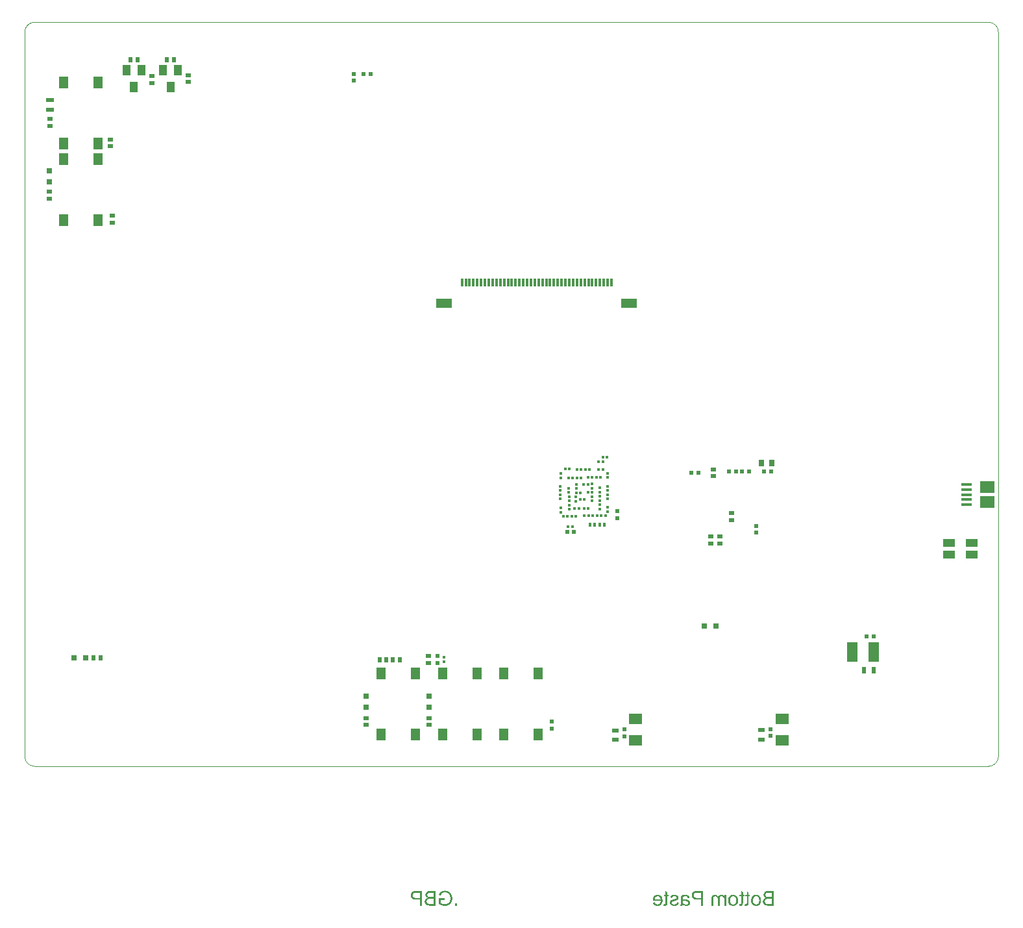
<source format=gbp>
G04*
G04 #@! TF.GenerationSoftware,Altium Limited,Altium Designer,23.2.1 (34)*
G04*
G04 Layer_Color=39423*
%FSLAX43Y43*%
%MOMM*%
G71*
G04*
G04 #@! TF.SameCoordinates,446EAD3A-CF97-43B9-853E-CE3D58A9E9AC*
G04*
G04*
G04 #@! TF.FilePolarity,Positive*
G04*
G01*
G75*
%ADD15C,0.100*%
%ADD18R,0.510X0.700*%
%ADD66R,0.330X0.425*%
%ADD89R,0.510X0.560*%
%ADD90R,0.350X0.350*%
%ADD91R,0.400X0.500*%
%ADD92R,0.640X0.890*%
%ADD94R,0.560X0.510*%
%ADD95R,1.780X1.400*%
%ADD97R,0.350X0.350*%
%ADD99R,0.700X0.510*%
%ADD101R,0.900X0.550*%
%ADD107R,1.300X1.550*%
%ADD108R,1.000X1.400*%
%ADD109R,1.500X1.100*%
%ADD110R,1.000X0.600*%
%ADD111R,0.800X0.800*%
%ADD112R,0.550X0.900*%
%ADD113R,1.350X0.400*%
%ADD114R,1.900X1.500*%
%ADD115R,2.000X1.300*%
%ADD116R,0.300X1.000*%
%ADD117R,1.400X2.600*%
%ADD118R,0.800X0.800*%
G36*
X54908Y-16225D02*
X55005Y-16239D01*
X55049Y-16247D01*
X55091Y-16258D01*
X55130Y-16267D01*
X55166Y-16278D01*
X55199Y-16289D01*
X55227Y-16300D01*
X55252Y-16311D01*
X55274Y-16319D01*
X55291Y-16328D01*
X55302Y-16333D01*
X55310Y-16336D01*
X55313Y-16339D01*
X55352Y-16364D01*
X55391Y-16389D01*
X55458Y-16447D01*
X55516Y-16505D01*
X55563Y-16567D01*
X55602Y-16619D01*
X55616Y-16642D01*
X55627Y-16664D01*
X55638Y-16680D01*
X55644Y-16691D01*
X55646Y-16700D01*
X55649Y-16703D01*
X55688Y-16794D01*
X55716Y-16886D01*
X55738Y-16975D01*
X55743Y-17016D01*
X55752Y-17055D01*
X55755Y-17091D01*
X55760Y-17122D01*
X55763Y-17152D01*
Y-17177D01*
X55766Y-17197D01*
Y-17211D01*
Y-17222D01*
Y-17225D01*
X55760Y-17327D01*
X55746Y-17424D01*
X55738Y-17469D01*
X55730Y-17510D01*
X55718Y-17552D01*
X55707Y-17588D01*
X55696Y-17622D01*
X55685Y-17649D01*
X55677Y-17677D01*
X55669Y-17696D01*
X55660Y-17716D01*
X55655Y-17727D01*
X55649Y-17735D01*
Y-17738D01*
X55599Y-17819D01*
X55544Y-17888D01*
X55485Y-17949D01*
X55430Y-17999D01*
X55377Y-18038D01*
X55358Y-18052D01*
X55338Y-18066D01*
X55321Y-18074D01*
X55310Y-18082D01*
X55302Y-18085D01*
X55299Y-18088D01*
X55255Y-18110D01*
X55210Y-18127D01*
X55122Y-18157D01*
X55036Y-18177D01*
X54955Y-18193D01*
X54919Y-18196D01*
X54886Y-18202D01*
X54855Y-18205D01*
X54830D01*
X54811Y-18207D01*
X54783D01*
X54705Y-18205D01*
X54630Y-18196D01*
X54561Y-18182D01*
X54500Y-18168D01*
X54475Y-18163D01*
X54450Y-18157D01*
X54428Y-18149D01*
X54408Y-18143D01*
X54394Y-18138D01*
X54383Y-18135D01*
X54378Y-18132D01*
X54375D01*
X54300Y-18102D01*
X54230Y-18066D01*
X54164Y-18027D01*
X54106Y-17991D01*
X54081Y-17974D01*
X54056Y-17957D01*
X54036Y-17944D01*
X54019Y-17932D01*
X54006Y-17921D01*
X53994Y-17913D01*
X53989Y-17910D01*
X53986Y-17907D01*
Y-17194D01*
X54802D01*
Y-17422D01*
X54236D01*
Y-17783D01*
X54269Y-17810D01*
X54308Y-17835D01*
X54350Y-17858D01*
X54389Y-17877D01*
X54422Y-17894D01*
X54453Y-17907D01*
X54464Y-17913D01*
X54469Y-17916D01*
X54475Y-17919D01*
X54478D01*
X54536Y-17938D01*
X54594Y-17955D01*
X54647Y-17966D01*
X54697Y-17971D01*
X54738Y-17977D01*
X54755D01*
X54772Y-17980D01*
X54800D01*
X54869Y-17977D01*
X54936Y-17966D01*
X54997Y-17952D01*
X55052Y-17938D01*
X55097Y-17921D01*
X55116Y-17916D01*
X55130Y-17910D01*
X55144Y-17905D01*
X55152Y-17899D01*
X55158Y-17896D01*
X55160D01*
X55219Y-17860D01*
X55272Y-17821D01*
X55316Y-17780D01*
X55352Y-17738D01*
X55383Y-17699D01*
X55402Y-17669D01*
X55410Y-17658D01*
X55413Y-17649D01*
X55419Y-17644D01*
Y-17641D01*
X55446Y-17572D01*
X55469Y-17499D01*
X55483Y-17427D01*
X55494Y-17358D01*
X55496Y-17327D01*
X55499Y-17299D01*
X55502Y-17272D01*
Y-17250D01*
X55505Y-17233D01*
Y-17219D01*
Y-17211D01*
Y-17208D01*
X55502Y-17130D01*
X55494Y-17061D01*
X55483Y-16994D01*
X55469Y-16936D01*
X55463Y-16911D01*
X55455Y-16889D01*
X55449Y-16869D01*
X55444Y-16853D01*
X55438Y-16839D01*
X55435Y-16830D01*
X55433Y-16825D01*
Y-16822D01*
X55413Y-16783D01*
X55394Y-16747D01*
X55374Y-16714D01*
X55355Y-16686D01*
X55338Y-16664D01*
X55324Y-16644D01*
X55313Y-16633D01*
X55310Y-16630D01*
X55280Y-16600D01*
X55247Y-16572D01*
X55210Y-16550D01*
X55177Y-16528D01*
X55149Y-16514D01*
X55127Y-16500D01*
X55111Y-16494D01*
X55105Y-16492D01*
X55055Y-16472D01*
X55005Y-16458D01*
X54952Y-16450D01*
X54905Y-16442D01*
X54863Y-16439D01*
X54847D01*
X54833Y-16436D01*
X54802D01*
X54750Y-16439D01*
X54700Y-16444D01*
X54655Y-16453D01*
X54616Y-16461D01*
X54583Y-16472D01*
X54558Y-16481D01*
X54544Y-16486D01*
X54539Y-16489D01*
X54497Y-16508D01*
X54461Y-16530D01*
X54428Y-16553D01*
X54403Y-16575D01*
X54383Y-16594D01*
X54366Y-16608D01*
X54358Y-16619D01*
X54355Y-16622D01*
X54330Y-16655D01*
X54311Y-16694D01*
X54292Y-16730D01*
X54275Y-16769D01*
X54264Y-16803D01*
X54255Y-16828D01*
X54253Y-16839D01*
X54250Y-16847D01*
X54247Y-16850D01*
Y-16853D01*
X54017Y-16791D01*
X54036Y-16722D01*
X54061Y-16661D01*
X54086Y-16605D01*
X54108Y-16561D01*
X54131Y-16525D01*
X54147Y-16500D01*
X54158Y-16483D01*
X54164Y-16478D01*
X54203Y-16433D01*
X54244Y-16397D01*
X54289Y-16364D01*
X54330Y-16336D01*
X54369Y-16317D01*
X54400Y-16300D01*
X54411Y-16295D01*
X54419Y-16292D01*
X54425Y-16289D01*
X54428D01*
X54491Y-16267D01*
X54558Y-16250D01*
X54619Y-16236D01*
X54677Y-16228D01*
X54730Y-16222D01*
X54752D01*
X54769Y-16220D01*
X54858D01*
X54908Y-16225D01*
D02*
G37*
G36*
X56410Y-18174D02*
X56140D01*
Y-17905D01*
X56410D01*
Y-18174D01*
D02*
G37*
G36*
X53622D02*
X52890D01*
X52823Y-18171D01*
X52765Y-18168D01*
X52712Y-18163D01*
X52667Y-18157D01*
X52631Y-18152D01*
X52604Y-18149D01*
X52587Y-18143D01*
X52581D01*
X52534Y-18130D01*
X52495Y-18116D01*
X52459Y-18099D01*
X52429Y-18082D01*
X52404Y-18071D01*
X52384Y-18060D01*
X52373Y-18052D01*
X52370Y-18049D01*
X52340Y-18024D01*
X52312Y-17994D01*
X52290Y-17963D01*
X52268Y-17935D01*
X52251Y-17907D01*
X52240Y-17888D01*
X52232Y-17874D01*
X52229Y-17869D01*
X52209Y-17824D01*
X52195Y-17780D01*
X52184Y-17738D01*
X52179Y-17699D01*
X52173Y-17666D01*
X52170Y-17638D01*
Y-17622D01*
Y-17619D01*
Y-17616D01*
X52173Y-17555D01*
X52184Y-17499D01*
X52201Y-17452D01*
X52218Y-17408D01*
X52234Y-17374D01*
X52251Y-17349D01*
X52262Y-17333D01*
X52265Y-17327D01*
X52304Y-17283D01*
X52345Y-17247D01*
X52393Y-17216D01*
X52434Y-17191D01*
X52473Y-17172D01*
X52506Y-17161D01*
X52518Y-17155D01*
X52526Y-17152D01*
X52531Y-17150D01*
X52534D01*
X52487Y-17122D01*
X52445Y-17094D01*
X52412Y-17064D01*
X52384Y-17036D01*
X52362Y-17014D01*
X52345Y-16991D01*
X52337Y-16980D01*
X52334Y-16975D01*
X52312Y-16933D01*
X52295Y-16894D01*
X52282Y-16855D01*
X52273Y-16819D01*
X52268Y-16789D01*
X52265Y-16764D01*
Y-16750D01*
Y-16744D01*
X52268Y-16697D01*
X52276Y-16650D01*
X52290Y-16608D01*
X52304Y-16569D01*
X52318Y-16536D01*
X52332Y-16514D01*
X52340Y-16497D01*
X52343Y-16492D01*
X52373Y-16450D01*
X52406Y-16411D01*
X52443Y-16381D01*
X52476Y-16356D01*
X52504Y-16336D01*
X52529Y-16322D01*
X52545Y-16314D01*
X52548Y-16311D01*
X52551D01*
X52604Y-16292D01*
X52662Y-16278D01*
X52720Y-16267D01*
X52776Y-16261D01*
X52826Y-16256D01*
X52848D01*
X52867Y-16253D01*
X53622D01*
Y-18174D01*
D02*
G37*
G36*
X51821D02*
X51565D01*
Y-17394D01*
X51074D01*
X51002Y-17391D01*
X50932Y-17386D01*
X50871Y-17377D01*
X50816Y-17366D01*
X50763Y-17355D01*
X50719Y-17341D01*
X50677Y-17324D01*
X50641Y-17308D01*
X50610Y-17294D01*
X50582Y-17277D01*
X50560Y-17263D01*
X50544Y-17250D01*
X50530Y-17241D01*
X50521Y-17233D01*
X50516Y-17227D01*
X50513Y-17225D01*
X50485Y-17191D01*
X50460Y-17158D01*
X50441Y-17125D01*
X50421Y-17088D01*
X50405Y-17052D01*
X50394Y-17019D01*
X50374Y-16955D01*
X50369Y-16925D01*
X50363Y-16897D01*
X50360Y-16872D01*
X50358Y-16853D01*
X50355Y-16833D01*
Y-16822D01*
Y-16814D01*
Y-16811D01*
X50358Y-16758D01*
X50363Y-16708D01*
X50374Y-16664D01*
X50383Y-16625D01*
X50394Y-16592D01*
X50405Y-16567D01*
X50410Y-16553D01*
X50413Y-16547D01*
X50435Y-16505D01*
X50463Y-16469D01*
X50488Y-16436D01*
X50513Y-16411D01*
X50535Y-16392D01*
X50552Y-16375D01*
X50563Y-16367D01*
X50569Y-16364D01*
X50605Y-16342D01*
X50646Y-16322D01*
X50685Y-16306D01*
X50721Y-16292D01*
X50755Y-16283D01*
X50780Y-16278D01*
X50799Y-16272D01*
X50805D01*
X50846Y-16267D01*
X50893Y-16261D01*
X50943Y-16258D01*
X50991Y-16256D01*
X51032Y-16253D01*
X51821D01*
Y-18174D01*
D02*
G37*
G36*
X90892Y-16753D02*
X90939Y-16761D01*
X90980Y-16769D01*
X91016Y-16780D01*
X91047Y-16794D01*
X91069Y-16803D01*
X91083Y-16811D01*
X91089Y-16814D01*
X91127Y-16839D01*
X91161Y-16866D01*
X91191Y-16894D01*
X91216Y-16922D01*
X91236Y-16944D01*
X91252Y-16964D01*
X91261Y-16975D01*
X91264Y-16980D01*
Y-16780D01*
X91475D01*
Y-18174D01*
X91239D01*
Y-17452D01*
X91236Y-17386D01*
X91233Y-17327D01*
X91227Y-17277D01*
X91219Y-17236D01*
X91211Y-17205D01*
X91205Y-17183D01*
X91202Y-17169D01*
X91200Y-17163D01*
X91183Y-17127D01*
X91164Y-17097D01*
X91144Y-17069D01*
X91125Y-17047D01*
X91105Y-17030D01*
X91091Y-17019D01*
X91080Y-17011D01*
X91078Y-17008D01*
X91044Y-16991D01*
X91014Y-16977D01*
X90980Y-16969D01*
X90953Y-16961D01*
X90930Y-16958D01*
X90911Y-16955D01*
X90894D01*
X90847Y-16958D01*
X90808Y-16966D01*
X90775Y-16980D01*
X90750Y-16994D01*
X90730Y-17011D01*
X90717Y-17022D01*
X90708Y-17033D01*
X90705Y-17036D01*
X90686Y-17069D01*
X90672Y-17105D01*
X90661Y-17144D01*
X90656Y-17183D01*
X90650Y-17216D01*
X90647Y-17247D01*
Y-17258D01*
Y-17263D01*
Y-17269D01*
Y-17272D01*
Y-18174D01*
X90411Y-18174D01*
Y-17366D01*
X90406Y-17291D01*
X90395Y-17227D01*
X90381Y-17175D01*
X90361Y-17130D01*
X90345Y-17097D01*
X90328Y-17075D01*
X90317Y-17061D01*
X90314Y-17055D01*
X90275Y-17022D01*
X90234Y-16997D01*
X90192Y-16980D01*
X90153Y-16966D01*
X90120Y-16961D01*
X90092Y-16958D01*
X90081Y-16955D01*
X90067D01*
X90036Y-16958D01*
X90011Y-16961D01*
X89986Y-16966D01*
X89967Y-16975D01*
X89948Y-16983D01*
X89936Y-16989D01*
X89928Y-16991D01*
X89925Y-16994D01*
X89903Y-17011D01*
X89887Y-17027D01*
X89873Y-17044D01*
X89862Y-17061D01*
X89853Y-17075D01*
X89848Y-17086D01*
X89842Y-17094D01*
Y-17097D01*
X89834Y-17122D01*
X89828Y-17155D01*
X89825Y-17188D01*
X89823Y-17222D01*
X89820Y-17252D01*
Y-17277D01*
Y-17294D01*
Y-17297D01*
Y-17299D01*
Y-18174D01*
X89584D01*
Y-17219D01*
Y-17175D01*
X89589Y-17136D01*
X89595Y-17097D01*
X89601Y-17064D01*
X89609Y-17030D01*
X89620Y-17002D01*
X89628Y-16977D01*
X89639Y-16952D01*
X89651Y-16933D01*
X89659Y-16914D01*
X89678Y-16889D01*
X89689Y-16872D01*
X89695Y-16866D01*
X89739Y-16828D01*
X89792Y-16800D01*
X89845Y-16778D01*
X89895Y-16764D01*
X89942Y-16755D01*
X89961Y-16753D01*
X89981D01*
X89995Y-16750D01*
X90014D01*
X90064Y-16753D01*
X90109Y-16761D01*
X90153Y-16772D01*
X90195Y-16789D01*
X90234Y-16808D01*
X90270Y-16828D01*
X90300Y-16850D01*
X90331Y-16872D01*
X90358Y-16897D01*
X90381Y-16919D01*
X90400Y-16939D01*
X90417Y-16958D01*
X90431Y-16975D01*
X90439Y-16986D01*
X90445Y-16994D01*
X90447Y-16997D01*
X90464Y-16955D01*
X90486Y-16919D01*
X90511Y-16889D01*
X90533Y-16864D01*
X90556Y-16841D01*
X90572Y-16828D01*
X90583Y-16819D01*
X90589Y-16816D01*
X90628Y-16794D01*
X90669Y-16778D01*
X90711Y-16766D01*
X90753Y-16758D01*
X90786Y-16753D01*
X90817Y-16750D01*
X90842D01*
X90892Y-16753D01*
D02*
G37*
G36*
X86175Y-16753D02*
X86233Y-16758D01*
X86289Y-16766D01*
X86333Y-16775D01*
X86372Y-16783D01*
X86400Y-16791D01*
X86411Y-16794D01*
X86419Y-16797D01*
X86422Y-16800D01*
X86425D01*
X86472Y-16819D01*
X86513Y-16844D01*
X86549Y-16866D01*
X86580Y-16889D01*
X86602Y-16911D01*
X86619Y-16927D01*
X86630Y-16939D01*
X86633Y-16941D01*
X86658Y-16977D01*
X86680Y-17016D01*
X86697Y-17055D01*
X86711Y-17091D01*
X86722Y-17127D01*
X86730Y-17152D01*
X86733Y-17163D01*
Y-17172D01*
X86735Y-17175D01*
Y-17177D01*
X86505Y-17208D01*
X86488Y-17158D01*
X86472Y-17113D01*
X86452Y-17077D01*
X86436Y-17050D01*
X86419Y-17027D01*
X86405Y-17014D01*
X86394Y-17005D01*
X86391Y-17002D01*
X86358Y-16983D01*
X86319Y-16969D01*
X86277Y-16958D01*
X86239Y-16952D01*
X86200Y-16947D01*
X86172Y-16944D01*
X86144D01*
X86080Y-16947D01*
X86025Y-16955D01*
X85980Y-16969D01*
X85941Y-16983D01*
X85914Y-17000D01*
X85892Y-17011D01*
X85878Y-17022D01*
X85875Y-17025D01*
X85853Y-17050D01*
X85836Y-17080D01*
X85822Y-17113D01*
X85814Y-17147D01*
X85808Y-17177D01*
X85805Y-17205D01*
Y-17222D01*
Y-17225D01*
Y-17227D01*
Y-17233D01*
Y-17244D01*
Y-17263D01*
X85808Y-17280D01*
Y-17286D01*
Y-17288D01*
X85836Y-17297D01*
X85867Y-17305D01*
X85930Y-17322D01*
X86003Y-17336D01*
X86069Y-17349D01*
X86103Y-17355D01*
X86133Y-17358D01*
X86161Y-17363D01*
X86183Y-17366D01*
X86202Y-17369D01*
X86216D01*
X86227Y-17372D01*
X86230D01*
X86280Y-17377D01*
X86322Y-17386D01*
X86358Y-17391D01*
X86386Y-17397D01*
X86408Y-17399D01*
X86425Y-17405D01*
X86436Y-17408D01*
X86438D01*
X86475Y-17419D01*
X86505Y-17430D01*
X86536Y-17444D01*
X86561Y-17455D01*
X86583Y-17466D01*
X86597Y-17477D01*
X86608Y-17483D01*
X86611Y-17486D01*
X86638Y-17505D01*
X86661Y-17527D01*
X86683Y-17549D01*
X86699Y-17572D01*
X86713Y-17591D01*
X86724Y-17608D01*
X86730Y-17619D01*
X86733Y-17622D01*
X86747Y-17652D01*
X86758Y-17685D01*
X86766Y-17716D01*
X86772Y-17746D01*
X86774Y-17771D01*
X86777Y-17791D01*
Y-17802D01*
Y-17808D01*
X86774Y-17841D01*
X86772Y-17869D01*
X86758Y-17927D01*
X86738Y-17974D01*
X86716Y-18016D01*
X86694Y-18049D01*
X86674Y-18074D01*
X86661Y-18088D01*
X86655Y-18093D01*
X86605Y-18130D01*
X86549Y-18157D01*
X86488Y-18177D01*
X86433Y-18191D01*
X86383Y-18199D01*
X86361Y-18202D01*
X86341D01*
X86325Y-18205D01*
X86302D01*
X86252Y-18202D01*
X86202Y-18196D01*
X86158Y-18191D01*
X86119Y-18182D01*
X86089Y-18174D01*
X86064Y-18166D01*
X86047Y-18163D01*
X86041Y-18160D01*
X85994Y-18141D01*
X85950Y-18116D01*
X85908Y-18088D01*
X85867Y-18063D01*
X85833Y-18038D01*
X85808Y-18019D01*
X85792Y-18005D01*
X85789Y-17999D01*
X85786D01*
X85780Y-18035D01*
X85775Y-18069D01*
X85769Y-18099D01*
X85761Y-18124D01*
X85753Y-18146D01*
X85747Y-18160D01*
X85744Y-18171D01*
X85742Y-18174D01*
X85495D01*
X85508Y-18143D01*
X85522Y-18113D01*
X85533Y-18085D01*
X85539Y-18060D01*
X85547Y-18038D01*
X85550Y-18021D01*
X85553Y-18010D01*
Y-18007D01*
X85556Y-17988D01*
X85558Y-17963D01*
Y-17935D01*
X85561Y-17905D01*
X85564Y-17835D01*
Y-17766D01*
X85567Y-17699D01*
Y-17669D01*
Y-17644D01*
Y-17622D01*
Y-17605D01*
Y-17594D01*
Y-17591D01*
Y-17275D01*
Y-17222D01*
X85569Y-17175D01*
X85572Y-17138D01*
Y-17108D01*
X85575Y-17086D01*
X85578Y-17069D01*
X85581Y-17061D01*
Y-17058D01*
X85589Y-17022D01*
X85600Y-16991D01*
X85611Y-16966D01*
X85625Y-16941D01*
X85636Y-16925D01*
X85644Y-16911D01*
X85650Y-16902D01*
X85653Y-16900D01*
X85675Y-16878D01*
X85700Y-16855D01*
X85728Y-16839D01*
X85756Y-16822D01*
X85780Y-16811D01*
X85800Y-16803D01*
X85814Y-16797D01*
X85819Y-16794D01*
X85864Y-16780D01*
X85911Y-16769D01*
X85958Y-16761D01*
X86005Y-16755D01*
X86047Y-16753D01*
X86078Y-16750D01*
X86108D01*
X86175Y-16753D01*
D02*
G37*
G36*
X94420Y-16436D02*
Y-16780D01*
X94595D01*
Y-16964D01*
X94420D01*
Y-17769D01*
Y-17808D01*
Y-17841D01*
X94417Y-17871D01*
X94415Y-17902D01*
Y-17927D01*
X94412Y-17949D01*
X94406Y-17985D01*
X94401Y-18013D01*
X94398Y-18032D01*
X94392Y-18044D01*
Y-18046D01*
X94381Y-18071D01*
X94365Y-18091D01*
X94348Y-18110D01*
X94334Y-18124D01*
X94317Y-18138D01*
X94306Y-18146D01*
X94298Y-18152D01*
X94295Y-18155D01*
X94265Y-18168D01*
X94234Y-18177D01*
X94201Y-18185D01*
X94167Y-18188D01*
X94140Y-18191D01*
X94117Y-18193D01*
X94095D01*
X94034Y-18191D01*
X94004Y-18188D01*
X93976Y-18182D01*
X93951Y-18180D01*
X93931Y-18177D01*
X93920Y-18174D01*
X93915D01*
X93945Y-17966D01*
X93968Y-17969D01*
X93990Y-17971D01*
X94009D01*
X94023Y-17974D01*
X94051D01*
X94087Y-17971D01*
X94112Y-17966D01*
X94126Y-17960D01*
X94131Y-17957D01*
X94151Y-17944D01*
X94162Y-17930D01*
X94170Y-17919D01*
X94173Y-17913D01*
X94176Y-17899D01*
X94179Y-17880D01*
X94181Y-17835D01*
X94184Y-17816D01*
Y-17799D01*
Y-17788D01*
Y-17783D01*
Y-16964D01*
X93945D01*
Y-16780D01*
X94184D01*
Y-16295D01*
X94420Y-16436D01*
D02*
G37*
G36*
X93673D02*
Y-16780D01*
X93848D01*
Y-16964D01*
X93673D01*
Y-17769D01*
Y-17808D01*
Y-17841D01*
X93671Y-17871D01*
X93668Y-17902D01*
Y-17927D01*
X93665Y-17949D01*
X93659Y-17985D01*
X93654Y-18013D01*
X93651Y-18032D01*
X93646Y-18044D01*
Y-18046D01*
X93634Y-18071D01*
X93618Y-18091D01*
X93601Y-18110D01*
X93587Y-18124D01*
X93571Y-18138D01*
X93559Y-18146D01*
X93551Y-18152D01*
X93548Y-18155D01*
X93518Y-18168D01*
X93487Y-18177D01*
X93454Y-18185D01*
X93421Y-18188D01*
X93393Y-18191D01*
X93371Y-18193D01*
X93348D01*
X93287Y-18191D01*
X93257Y-18188D01*
X93229Y-18182D01*
X93204Y-18180D01*
X93185Y-18177D01*
X93174Y-18174D01*
X93168D01*
X93199Y-17966D01*
X93221Y-17969D01*
X93243Y-17971D01*
X93262D01*
X93276Y-17974D01*
X93304D01*
X93340Y-17971D01*
X93365Y-17966D01*
X93379Y-17960D01*
X93385Y-17957D01*
X93404Y-17944D01*
X93415Y-17930D01*
X93423Y-17919D01*
X93426Y-17913D01*
X93429Y-17899D01*
X93432Y-17880D01*
X93435Y-17835D01*
X93437Y-17816D01*
Y-17799D01*
Y-17788D01*
Y-17783D01*
Y-16964D01*
X93199D01*
Y-16780D01*
X93437D01*
Y-16295D01*
X93673Y-16436D01*
D02*
G37*
G36*
X83820Y-16436D02*
Y-16780D01*
X83995D01*
Y-16964D01*
X83820D01*
Y-17769D01*
Y-17808D01*
Y-17841D01*
X83818Y-17871D01*
X83815Y-17902D01*
Y-17927D01*
X83812Y-17949D01*
X83807Y-17985D01*
X83801Y-18013D01*
X83798Y-18032D01*
X83793Y-18044D01*
Y-18046D01*
X83782Y-18071D01*
X83765Y-18091D01*
X83748Y-18110D01*
X83734Y-18124D01*
X83718Y-18138D01*
X83707Y-18146D01*
X83698Y-18152D01*
X83696Y-18155D01*
X83665Y-18168D01*
X83634Y-18177D01*
X83601Y-18185D01*
X83568Y-18188D01*
X83540Y-18191D01*
X83518Y-18193D01*
X83496D01*
X83435Y-18191D01*
X83404Y-18188D01*
X83376Y-18182D01*
X83351Y-18180D01*
X83332Y-18177D01*
X83321Y-18174D01*
X83315D01*
X83346Y-17966D01*
X83368Y-17969D01*
X83390Y-17971D01*
X83410D01*
X83423Y-17974D01*
X83451D01*
X83487Y-17971D01*
X83512Y-17966D01*
X83526Y-17960D01*
X83532Y-17957D01*
X83551Y-17944D01*
X83562Y-17930D01*
X83571Y-17919D01*
X83573Y-17913D01*
X83576Y-17899D01*
X83579Y-17880D01*
X83582Y-17835D01*
X83584Y-17816D01*
Y-17799D01*
Y-17788D01*
Y-17783D01*
Y-16964D01*
X83346D01*
Y-16780D01*
X83584D01*
Y-16295D01*
X83820Y-16436D01*
D02*
G37*
G36*
X82596Y-16753D02*
X82646Y-16758D01*
X82693Y-16766D01*
X82738Y-16780D01*
X82779Y-16794D01*
X82818Y-16811D01*
X82854Y-16828D01*
X82885Y-16847D01*
X82915Y-16864D01*
X82940Y-16883D01*
X82963Y-16900D01*
X82979Y-16914D01*
X82993Y-16927D01*
X83004Y-16936D01*
X83010Y-16941D01*
X83013Y-16944D01*
X83043Y-16983D01*
X83071Y-17025D01*
X83096Y-17066D01*
X83118Y-17111D01*
X83135Y-17158D01*
X83149Y-17202D01*
X83171Y-17291D01*
X83179Y-17330D01*
X83185Y-17369D01*
X83187Y-17402D01*
X83190Y-17433D01*
X83193Y-17458D01*
Y-17474D01*
Y-17488D01*
Y-17491D01*
X83190Y-17552D01*
X83185Y-17610D01*
X83176Y-17666D01*
X83165Y-17716D01*
X83151Y-17763D01*
X83138Y-17808D01*
X83121Y-17846D01*
X83104Y-17882D01*
X83088Y-17913D01*
X83071Y-17941D01*
X83057Y-17963D01*
X83043Y-17982D01*
X83032Y-17999D01*
X83024Y-18010D01*
X83018Y-18016D01*
X83015Y-18019D01*
X82979Y-18052D01*
X82943Y-18080D01*
X82904Y-18105D01*
X82863Y-18127D01*
X82824Y-18143D01*
X82782Y-18160D01*
X82704Y-18182D01*
X82668Y-18188D01*
X82635Y-18193D01*
X82604Y-18199D01*
X82579Y-18202D01*
X82560Y-18205D01*
X82530D01*
X82443Y-18199D01*
X82366Y-18185D01*
X82296Y-18168D01*
X82269Y-18157D01*
X82241Y-18146D01*
X82216Y-18135D01*
X82194Y-18124D01*
X82177Y-18116D01*
X82160Y-18107D01*
X82149Y-18099D01*
X82141Y-18093D01*
X82135Y-18088D01*
X82133D01*
X82077Y-18038D01*
X82033Y-17985D01*
X81994Y-17930D01*
X81966Y-17877D01*
X81944Y-17830D01*
X81935Y-17808D01*
X81927Y-17791D01*
X81922Y-17774D01*
X81919Y-17763D01*
X81916Y-17758D01*
Y-17755D01*
X82160Y-17724D01*
X82183Y-17777D01*
X82207Y-17821D01*
X82232Y-17860D01*
X82255Y-17891D01*
X82274Y-17913D01*
X82291Y-17930D01*
X82305Y-17941D01*
X82307Y-17944D01*
X82344Y-17966D01*
X82380Y-17982D01*
X82418Y-17994D01*
X82452Y-18002D01*
X82482Y-18007D01*
X82507Y-18010D01*
X82530D01*
X82563Y-18007D01*
X82593Y-18005D01*
X82649Y-17991D01*
X82699Y-17971D01*
X82743Y-17949D01*
X82777Y-17930D01*
X82802Y-17910D01*
X82818Y-17896D01*
X82821Y-17891D01*
X82824D01*
X82863Y-17841D01*
X82893Y-17785D01*
X82915Y-17724D01*
X82932Y-17669D01*
X82940Y-17619D01*
X82946Y-17597D01*
X82949Y-17577D01*
Y-17560D01*
X82952Y-17549D01*
Y-17541D01*
Y-17538D01*
X81910D01*
X81908Y-17510D01*
Y-17491D01*
Y-17480D01*
Y-17477D01*
X81910Y-17413D01*
X81916Y-17355D01*
X81924Y-17299D01*
X81935Y-17247D01*
X81949Y-17200D01*
X81963Y-17155D01*
X81980Y-17116D01*
X81996Y-17080D01*
X82013Y-17047D01*
X82030Y-17019D01*
X82044Y-16997D01*
X82058Y-16977D01*
X82069Y-16961D01*
X82077Y-16950D01*
X82083Y-16944D01*
X82085Y-16941D01*
X82119Y-16908D01*
X82155Y-16878D01*
X82194Y-16853D01*
X82232Y-16830D01*
X82271Y-16811D01*
X82307Y-16797D01*
X82346Y-16783D01*
X82380Y-16775D01*
X82416Y-16766D01*
X82446Y-16761D01*
X82474Y-16755D01*
X82496Y-16753D01*
X82516Y-16750D01*
X82543D01*
X82596Y-16753D01*
D02*
G37*
G36*
X97724Y-18174D02*
X96991D01*
X96924Y-18171D01*
X96866Y-18168D01*
X96813Y-18163D01*
X96769Y-18157D01*
X96733Y-18152D01*
X96705Y-18149D01*
X96688Y-18143D01*
X96683D01*
X96635Y-18130D01*
X96597Y-18116D01*
X96561Y-18099D01*
X96530Y-18082D01*
X96505Y-18071D01*
X96486Y-18060D01*
X96474Y-18052D01*
X96472Y-18049D01*
X96441Y-18024D01*
X96413Y-17994D01*
X96391Y-17963D01*
X96369Y-17935D01*
X96352Y-17907D01*
X96341Y-17888D01*
X96333Y-17874D01*
X96330Y-17869D01*
X96311Y-17824D01*
X96297Y-17780D01*
X96286Y-17738D01*
X96280Y-17699D01*
X96275Y-17666D01*
X96272Y-17638D01*
Y-17622D01*
Y-17619D01*
Y-17616D01*
X96275Y-17555D01*
X96286Y-17499D01*
X96302Y-17452D01*
X96319Y-17408D01*
X96336Y-17374D01*
X96352Y-17349D01*
X96363Y-17333D01*
X96366Y-17327D01*
X96405Y-17283D01*
X96447Y-17247D01*
X96494Y-17216D01*
X96536Y-17191D01*
X96574Y-17172D01*
X96608Y-17161D01*
X96619Y-17155D01*
X96627Y-17152D01*
X96633Y-17150D01*
X96635D01*
X96588Y-17122D01*
X96547Y-17094D01*
X96513Y-17064D01*
X96486Y-17036D01*
X96463Y-17014D01*
X96447Y-16991D01*
X96438Y-16980D01*
X96436Y-16975D01*
X96413Y-16933D01*
X96397Y-16894D01*
X96383Y-16855D01*
X96375Y-16819D01*
X96369Y-16789D01*
X96366Y-16764D01*
Y-16750D01*
Y-16744D01*
X96369Y-16697D01*
X96377Y-16650D01*
X96391Y-16608D01*
X96405Y-16569D01*
X96419Y-16536D01*
X96433Y-16514D01*
X96441Y-16497D01*
X96444Y-16492D01*
X96474Y-16450D01*
X96508Y-16411D01*
X96544Y-16381D01*
X96577Y-16356D01*
X96605Y-16336D01*
X96630Y-16322D01*
X96647Y-16314D01*
X96649Y-16311D01*
X96652D01*
X96705Y-16292D01*
X96763Y-16278D01*
X96822Y-16267D01*
X96877Y-16261D01*
X96927Y-16256D01*
X96949D01*
X96969Y-16253D01*
X97724D01*
Y-18174D01*
D02*
G37*
G36*
X88457Y-18174D02*
X88201D01*
Y-17394D01*
X87710D01*
X87638Y-17391D01*
X87568Y-17386D01*
X87507Y-17377D01*
X87452Y-17366D01*
X87399Y-17355D01*
X87355Y-17341D01*
X87313Y-17324D01*
X87277Y-17308D01*
X87246Y-17294D01*
X87219Y-17277D01*
X87196Y-17263D01*
X87180Y-17250D01*
X87166Y-17241D01*
X87157Y-17233D01*
X87152Y-17227D01*
X87149Y-17225D01*
X87121Y-17191D01*
X87096Y-17158D01*
X87077Y-17125D01*
X87058Y-17088D01*
X87041Y-17052D01*
X87030Y-17019D01*
X87010Y-16955D01*
X87005Y-16925D01*
X86999Y-16897D01*
X86996Y-16872D01*
X86994Y-16853D01*
X86991Y-16833D01*
Y-16822D01*
Y-16814D01*
Y-16811D01*
X86994Y-16758D01*
X86999Y-16708D01*
X87010Y-16664D01*
X87019Y-16625D01*
X87030Y-16592D01*
X87041Y-16567D01*
X87046Y-16553D01*
X87049Y-16547D01*
X87071Y-16505D01*
X87099Y-16469D01*
X87124Y-16436D01*
X87149Y-16411D01*
X87171Y-16392D01*
X87188Y-16375D01*
X87199Y-16367D01*
X87205Y-16364D01*
X87241Y-16342D01*
X87282Y-16322D01*
X87321Y-16306D01*
X87357Y-16292D01*
X87391Y-16283D01*
X87416Y-16278D01*
X87435Y-16272D01*
X87441D01*
X87482Y-16267D01*
X87530Y-16261D01*
X87579Y-16258D01*
X87627Y-16256D01*
X87668Y-16253D01*
X88457D01*
Y-18174D01*
D02*
G37*
G36*
X95436Y-16753D02*
X95481Y-16755D01*
X95567Y-16775D01*
X95642Y-16800D01*
X95675Y-16814D01*
X95705Y-16828D01*
X95733Y-16841D01*
X95755Y-16855D01*
X95778Y-16869D01*
X95794Y-16880D01*
X95808Y-16891D01*
X95819Y-16900D01*
X95825Y-16902D01*
X95828Y-16905D01*
X95866Y-16941D01*
X95897Y-16983D01*
X95928Y-17027D01*
X95950Y-17072D01*
X95972Y-17119D01*
X95989Y-17169D01*
X96003Y-17216D01*
X96014Y-17261D01*
X96025Y-17305D01*
X96030Y-17344D01*
X96036Y-17383D01*
X96039Y-17413D01*
Y-17441D01*
X96041Y-17461D01*
Y-17472D01*
Y-17477D01*
X96039Y-17541D01*
X96033Y-17602D01*
X96025Y-17658D01*
X96014Y-17710D01*
X96000Y-17758D01*
X95986Y-17802D01*
X95969Y-17844D01*
X95953Y-17880D01*
X95936Y-17913D01*
X95919Y-17941D01*
X95905Y-17963D01*
X95891Y-17982D01*
X95880Y-17999D01*
X95872Y-18010D01*
X95866Y-18016D01*
X95864Y-18019D01*
X95828Y-18052D01*
X95792Y-18080D01*
X95753Y-18105D01*
X95714Y-18127D01*
X95675Y-18143D01*
X95633Y-18160D01*
X95558Y-18182D01*
X95525Y-18188D01*
X95492Y-18193D01*
X95464Y-18199D01*
X95439Y-18202D01*
X95417Y-18205D01*
X95389D01*
X95322Y-18202D01*
X95261Y-18191D01*
X95203Y-18177D01*
X95156Y-18163D01*
X95114Y-18146D01*
X95097Y-18141D01*
X95084Y-18135D01*
X95070Y-18130D01*
X95061Y-18124D01*
X95059Y-18121D01*
X95056D01*
X95000Y-18085D01*
X94953Y-18046D01*
X94911Y-18007D01*
X94878Y-17969D01*
X94853Y-17935D01*
X94834Y-17907D01*
X94828Y-17896D01*
X94823Y-17888D01*
X94820Y-17885D01*
Y-17882D01*
X94792Y-17819D01*
X94773Y-17749D01*
X94756Y-17680D01*
X94748Y-17610D01*
X94742Y-17580D01*
Y-17552D01*
X94739Y-17524D01*
X94737Y-17502D01*
Y-17483D01*
Y-17469D01*
Y-17461D01*
Y-17458D01*
X94739Y-17397D01*
X94745Y-17341D01*
X94753Y-17288D01*
X94764Y-17238D01*
X94778Y-17191D01*
X94795Y-17150D01*
X94812Y-17108D01*
X94828Y-17075D01*
X94845Y-17044D01*
X94862Y-17016D01*
X94878Y-16991D01*
X94892Y-16972D01*
X94903Y-16958D01*
X94911Y-16947D01*
X94917Y-16941D01*
X94920Y-16939D01*
X94956Y-16905D01*
X94992Y-16878D01*
X95031Y-16850D01*
X95070Y-16830D01*
X95109Y-16811D01*
X95147Y-16797D01*
X95222Y-16772D01*
X95258Y-16766D01*
X95289Y-16761D01*
X95317Y-16755D01*
X95342Y-16753D01*
X95361Y-16750D01*
X95389D01*
X95436Y-16753D01*
D02*
G37*
G36*
X92449D02*
X92493Y-16755D01*
X92579Y-16775D01*
X92654Y-16800D01*
X92688Y-16814D01*
X92718Y-16828D01*
X92746Y-16841D01*
X92768Y-16855D01*
X92790Y-16869D01*
X92807Y-16880D01*
X92821Y-16891D01*
X92832Y-16900D01*
X92838Y-16902D01*
X92840Y-16905D01*
X92879Y-16941D01*
X92910Y-16983D01*
X92940Y-17027D01*
X92963Y-17072D01*
X92985Y-17119D01*
X93001Y-17169D01*
X93015Y-17216D01*
X93026Y-17261D01*
X93038Y-17305D01*
X93043Y-17344D01*
X93049Y-17383D01*
X93051Y-17413D01*
Y-17441D01*
X93054Y-17461D01*
Y-17472D01*
Y-17477D01*
X93051Y-17541D01*
X93046Y-17602D01*
X93038Y-17658D01*
X93026Y-17710D01*
X93013Y-17758D01*
X92999Y-17802D01*
X92982Y-17844D01*
X92965Y-17880D01*
X92949Y-17913D01*
X92932Y-17941D01*
X92918Y-17963D01*
X92904Y-17982D01*
X92893Y-17999D01*
X92885Y-18010D01*
X92879Y-18016D01*
X92877Y-18019D01*
X92840Y-18052D01*
X92804Y-18080D01*
X92765Y-18105D01*
X92727Y-18127D01*
X92688Y-18143D01*
X92646Y-18160D01*
X92571Y-18182D01*
X92538Y-18188D01*
X92504Y-18193D01*
X92477Y-18199D01*
X92452Y-18202D01*
X92430Y-18205D01*
X92402D01*
X92335Y-18202D01*
X92274Y-18191D01*
X92216Y-18177D01*
X92169Y-18163D01*
X92127Y-18146D01*
X92110Y-18141D01*
X92096Y-18135D01*
X92082Y-18130D01*
X92074Y-18124D01*
X92071Y-18121D01*
X92069D01*
X92013Y-18085D01*
X91966Y-18046D01*
X91924Y-18007D01*
X91891Y-17969D01*
X91866Y-17935D01*
X91847Y-17907D01*
X91841Y-17896D01*
X91835Y-17888D01*
X91833Y-17885D01*
Y-17882D01*
X91805Y-17819D01*
X91785Y-17749D01*
X91769Y-17680D01*
X91760Y-17610D01*
X91755Y-17580D01*
Y-17552D01*
X91752Y-17524D01*
X91749Y-17502D01*
Y-17483D01*
Y-17469D01*
Y-17461D01*
Y-17458D01*
X91752Y-17397D01*
X91758Y-17341D01*
X91766Y-17288D01*
X91777Y-17238D01*
X91791Y-17191D01*
X91808Y-17150D01*
X91824Y-17108D01*
X91841Y-17075D01*
X91858Y-17044D01*
X91874Y-17016D01*
X91891Y-16991D01*
X91905Y-16972D01*
X91916Y-16958D01*
X91924Y-16947D01*
X91930Y-16941D01*
X91933Y-16939D01*
X91969Y-16905D01*
X92005Y-16878D01*
X92044Y-16850D01*
X92082Y-16830D01*
X92121Y-16811D01*
X92160Y-16797D01*
X92235Y-16772D01*
X92271Y-16766D01*
X92302Y-16761D01*
X92330Y-16755D01*
X92355Y-16753D01*
X92374Y-16750D01*
X92402D01*
X92449Y-16753D01*
D02*
G37*
G36*
X84825Y-16755D02*
X84859Y-16758D01*
X84889Y-16764D01*
X84914Y-16769D01*
X84934Y-16775D01*
X84945Y-16778D01*
X84950Y-16780D01*
X84984Y-16791D01*
X85014Y-16803D01*
X85039Y-16814D01*
X85061Y-16825D01*
X85078Y-16833D01*
X85089Y-16841D01*
X85098Y-16844D01*
X85100Y-16847D01*
X85128Y-16866D01*
X85150Y-16889D01*
X85170Y-16914D01*
X85186Y-16933D01*
X85200Y-16952D01*
X85209Y-16966D01*
X85214Y-16977D01*
X85217Y-16980D01*
X85231Y-17011D01*
X85242Y-17039D01*
X85247Y-17069D01*
X85253Y-17094D01*
X85256Y-17119D01*
X85259Y-17136D01*
Y-17147D01*
Y-17152D01*
X85256Y-17191D01*
X85250Y-17225D01*
X85242Y-17258D01*
X85234Y-17286D01*
X85225Y-17308D01*
X85217Y-17327D01*
X85211Y-17338D01*
X85209Y-17341D01*
X85186Y-17372D01*
X85161Y-17397D01*
X85136Y-17419D01*
X85111Y-17438D01*
X85089Y-17452D01*
X85073Y-17463D01*
X85061Y-17469D01*
X85056Y-17472D01*
X85036Y-17480D01*
X85011Y-17491D01*
X84956Y-17510D01*
X84898Y-17527D01*
X84837Y-17547D01*
X84784Y-17560D01*
X84759Y-17569D01*
X84737Y-17574D01*
X84720Y-17580D01*
X84706Y-17583D01*
X84698Y-17585D01*
X84695D01*
X84659Y-17594D01*
X84628Y-17602D01*
X84601Y-17610D01*
X84576Y-17619D01*
X84553Y-17624D01*
X84534Y-17633D01*
X84501Y-17644D01*
X84478Y-17652D01*
X84465Y-17660D01*
X84456Y-17663D01*
X84453Y-17666D01*
X84428Y-17683D01*
X84412Y-17705D01*
X84398Y-17724D01*
X84390Y-17744D01*
X84384Y-17763D01*
X84381Y-17777D01*
Y-17788D01*
Y-17791D01*
X84384Y-17824D01*
X84392Y-17852D01*
X84406Y-17880D01*
X84420Y-17902D01*
X84437Y-17921D01*
X84448Y-17935D01*
X84459Y-17944D01*
X84462Y-17946D01*
X84495Y-17969D01*
X84531Y-17982D01*
X84573Y-17994D01*
X84612Y-18002D01*
X84648Y-18007D01*
X84676Y-18010D01*
X84703D01*
X84762Y-18007D01*
X84812Y-17999D01*
X84853Y-17988D01*
X84889Y-17974D01*
X84917Y-17960D01*
X84939Y-17949D01*
X84950Y-17941D01*
X84956Y-17938D01*
X84986Y-17907D01*
X85011Y-17871D01*
X85028Y-17835D01*
X85042Y-17802D01*
X85053Y-17771D01*
X85059Y-17744D01*
X85064Y-17727D01*
Y-17724D01*
Y-17721D01*
X85297Y-17758D01*
X85278Y-17835D01*
X85253Y-17905D01*
X85222Y-17960D01*
X85192Y-18007D01*
X85164Y-18046D01*
X85139Y-18071D01*
X85123Y-18088D01*
X85120Y-18091D01*
X85117Y-18093D01*
X85089Y-18113D01*
X85059Y-18130D01*
X84992Y-18157D01*
X84923Y-18177D01*
X84856Y-18191D01*
X84825Y-18196D01*
X84798Y-18199D01*
X84770Y-18202D01*
X84748D01*
X84728Y-18205D01*
X84703D01*
X84642Y-18202D01*
X84589Y-18196D01*
X84540Y-18188D01*
X84495Y-18177D01*
X84459Y-18166D01*
X84431Y-18157D01*
X84415Y-18152D01*
X84412Y-18149D01*
X84409D01*
X84362Y-18124D01*
X84323Y-18099D01*
X84290Y-18071D01*
X84259Y-18046D01*
X84237Y-18024D01*
X84223Y-18005D01*
X84212Y-17994D01*
X84209Y-17988D01*
X84187Y-17949D01*
X84170Y-17907D01*
X84156Y-17871D01*
X84148Y-17838D01*
X84143Y-17808D01*
X84140Y-17785D01*
Y-17771D01*
Y-17766D01*
X84143Y-17721D01*
X84148Y-17683D01*
X84159Y-17649D01*
X84168Y-17619D01*
X84179Y-17594D01*
X84190Y-17577D01*
X84195Y-17566D01*
X84198Y-17563D01*
X84220Y-17535D01*
X84245Y-17510D01*
X84270Y-17488D01*
X84295Y-17472D01*
X84320Y-17458D01*
X84337Y-17449D01*
X84348Y-17444D01*
X84354Y-17441D01*
X84373Y-17433D01*
X84395Y-17424D01*
X84448Y-17405D01*
X84506Y-17386D01*
X84564Y-17369D01*
X84617Y-17352D01*
X84642Y-17347D01*
X84662Y-17341D01*
X84678Y-17336D01*
X84692Y-17333D01*
X84701Y-17330D01*
X84703D01*
X84734Y-17322D01*
X84762Y-17313D01*
X84787Y-17308D01*
X84809Y-17299D01*
X84845Y-17291D01*
X84873Y-17283D01*
X84892Y-17275D01*
X84903Y-17272D01*
X84909Y-17269D01*
X84912D01*
X84934Y-17258D01*
X84953Y-17250D01*
X84970Y-17238D01*
X84981Y-17230D01*
X84992Y-17222D01*
X84998Y-17213D01*
X85000Y-17211D01*
X85003Y-17208D01*
X85020Y-17180D01*
X85028Y-17152D01*
Y-17141D01*
X85031Y-17133D01*
Y-17127D01*
Y-17125D01*
X85028Y-17100D01*
X85020Y-17075D01*
X85009Y-17052D01*
X84995Y-17036D01*
X84984Y-17019D01*
X84973Y-17008D01*
X84964Y-17002D01*
X84962Y-17000D01*
X84931Y-16980D01*
X84895Y-16966D01*
X84856Y-16958D01*
X84820Y-16950D01*
X84784Y-16947D01*
X84756Y-16944D01*
X84728D01*
X84681Y-16947D01*
X84637Y-16952D01*
X84601Y-16964D01*
X84573Y-16975D01*
X84548Y-16986D01*
X84531Y-16997D01*
X84520Y-17002D01*
X84517Y-17005D01*
X84490Y-17030D01*
X84470Y-17058D01*
X84453Y-17086D01*
X84440Y-17111D01*
X84431Y-17136D01*
X84426Y-17155D01*
X84423Y-17166D01*
Y-17172D01*
X84192Y-17141D01*
X84204Y-17094D01*
X84215Y-17052D01*
X84229Y-17016D01*
X84242Y-16983D01*
X84256Y-16961D01*
X84267Y-16941D01*
X84273Y-16930D01*
X84276Y-16927D01*
X84301Y-16900D01*
X84329Y-16875D01*
X84359Y-16853D01*
X84390Y-16833D01*
X84417Y-16819D01*
X84440Y-16808D01*
X84453Y-16803D01*
X84456Y-16800D01*
X84459D01*
X84506Y-16783D01*
X84556Y-16772D01*
X84603Y-16761D01*
X84648Y-16755D01*
X84689Y-16753D01*
X84720Y-16750D01*
X84787D01*
X84825Y-16755D01*
D02*
G37*
%LPC*%
G36*
X53367Y-16481D02*
X52912D01*
X52851Y-16486D01*
X52803Y-16489D01*
X52762Y-16494D01*
X52731Y-16500D01*
X52712Y-16503D01*
X52698Y-16508D01*
X52695D01*
X52665Y-16519D01*
X52637Y-16536D01*
X52615Y-16553D01*
X52595Y-16569D01*
X52581Y-16583D01*
X52570Y-16597D01*
X52565Y-16605D01*
X52562Y-16608D01*
X52545Y-16636D01*
X52534Y-16664D01*
X52526Y-16691D01*
X52520Y-16719D01*
X52518Y-16741D01*
X52515Y-16758D01*
Y-16769D01*
Y-16775D01*
X52518Y-16811D01*
X52523Y-16844D01*
X52531Y-16872D01*
X52540Y-16894D01*
X52548Y-16914D01*
X52556Y-16930D01*
X52562Y-16939D01*
X52565Y-16941D01*
X52584Y-16964D01*
X52609Y-16986D01*
X52634Y-17002D01*
X52656Y-17014D01*
X52679Y-17025D01*
X52695Y-17033D01*
X52706Y-17036D01*
X52712Y-17039D01*
X52742Y-17044D01*
X52781Y-17050D01*
X52820Y-17052D01*
X52859Y-17055D01*
X52895Y-17058D01*
X53367D01*
Y-16481D01*
D02*
G37*
G36*
Y-17286D02*
X52862D01*
X52803Y-17291D01*
X52756Y-17297D01*
X52717Y-17302D01*
X52687Y-17308D01*
X52662Y-17313D01*
X52651Y-17316D01*
X52645Y-17319D01*
X52609Y-17333D01*
X52579Y-17349D01*
X52551Y-17369D01*
X52529Y-17388D01*
X52512Y-17405D01*
X52501Y-17419D01*
X52493Y-17430D01*
X52490Y-17433D01*
X52470Y-17463D01*
X52456Y-17494D01*
X52445Y-17524D01*
X52440Y-17552D01*
X52434Y-17577D01*
X52431Y-17599D01*
Y-17610D01*
Y-17616D01*
X52434Y-17649D01*
X52437Y-17683D01*
X52443Y-17710D01*
X52451Y-17733D01*
X52459Y-17752D01*
X52465Y-17769D01*
X52468Y-17777D01*
X52470Y-17780D01*
X52487Y-17805D01*
X52501Y-17827D01*
X52520Y-17844D01*
X52534Y-17860D01*
X52548Y-17871D01*
X52559Y-17880D01*
X52567Y-17885D01*
X52570Y-17888D01*
X52617Y-17910D01*
X52665Y-17927D01*
X52684Y-17932D01*
X52701Y-17935D01*
X52712Y-17938D01*
X52715D01*
X52737Y-17941D01*
X52762Y-17944D01*
X52820Y-17946D01*
X53367D01*
Y-17286D01*
D02*
G37*
G36*
X51565Y-16481D02*
X51016D01*
X50966Y-16483D01*
X50924Y-16486D01*
X50891Y-16489D01*
X50868Y-16494D01*
X50852Y-16497D01*
X50841Y-16500D01*
X50838D01*
X50802Y-16514D01*
X50771Y-16530D01*
X50744Y-16547D01*
X50719Y-16567D01*
X50702Y-16586D01*
X50688Y-16600D01*
X50680Y-16611D01*
X50677Y-16614D01*
X50657Y-16647D01*
X50641Y-16680D01*
X50630Y-16716D01*
X50624Y-16747D01*
X50619Y-16775D01*
X50616Y-16800D01*
Y-16814D01*
Y-16816D01*
Y-16819D01*
X50621Y-16878D01*
X50632Y-16927D01*
X50649Y-16972D01*
X50669Y-17008D01*
X50688Y-17036D01*
X50705Y-17058D01*
X50716Y-17069D01*
X50721Y-17075D01*
X50741Y-17091D01*
X50766Y-17105D01*
X50818Y-17127D01*
X50877Y-17144D01*
X50935Y-17155D01*
X50988Y-17161D01*
X51010Y-17163D01*
X51029D01*
X51049Y-17166D01*
X51565D01*
Y-16481D01*
D02*
G37*
G36*
X85808Y-17474D02*
X85805D01*
X85808Y-17563D01*
X85811Y-17619D01*
X85814Y-17666D01*
X85819Y-17705D01*
X85828Y-17738D01*
X85836Y-17763D01*
X85842Y-17783D01*
X85844Y-17794D01*
X85847Y-17796D01*
X85869Y-17833D01*
X85892Y-17866D01*
X85919Y-17894D01*
X85944Y-17916D01*
X85966Y-17935D01*
X85986Y-17949D01*
X85997Y-17957D01*
X86003Y-17960D01*
X86044Y-17980D01*
X86086Y-17994D01*
X86125Y-18005D01*
X86164Y-18010D01*
X86194Y-18016D01*
X86222Y-18019D01*
X86244D01*
X86294Y-18016D01*
X86336Y-18010D01*
X86372Y-17999D01*
X86402Y-17988D01*
X86425Y-17977D01*
X86441Y-17966D01*
X86452Y-17960D01*
X86455Y-17957D01*
X86477Y-17932D01*
X86494Y-17905D01*
X86508Y-17880D01*
X86516Y-17855D01*
X86522Y-17833D01*
X86525Y-17816D01*
Y-17802D01*
Y-17799D01*
X86522Y-17777D01*
X86519Y-17755D01*
X86513Y-17738D01*
X86508Y-17721D01*
X86502Y-17708D01*
X86500Y-17696D01*
X86494Y-17691D01*
Y-17688D01*
X86466Y-17655D01*
X86433Y-17633D01*
X86422Y-17624D01*
X86411Y-17619D01*
X86402Y-17613D01*
X86400D01*
X86372Y-17602D01*
X86341Y-17594D01*
X86308Y-17585D01*
X86275Y-17580D01*
X86244Y-17574D01*
X86216Y-17569D01*
X86200Y-17566D01*
X86194D01*
X86147Y-17558D01*
X86103Y-17552D01*
X86064Y-17544D01*
X86025Y-17535D01*
X85989Y-17527D01*
X85958Y-17519D01*
X85928Y-17513D01*
X85903Y-17505D01*
X85880Y-17499D01*
X85861Y-17494D01*
X85844Y-17488D01*
X85830Y-17483D01*
X85819Y-17480D01*
X85811Y-17477D01*
X85808Y-17474D01*
D02*
G37*
G36*
X82557Y-16944D02*
X82541D01*
X82507Y-16947D01*
X82477Y-16950D01*
X82418Y-16966D01*
X82369Y-16989D01*
X82327Y-17014D01*
X82294Y-17039D01*
X82269Y-17061D01*
X82255Y-17077D01*
X82249Y-17080D01*
Y-17083D01*
X82224Y-17119D01*
X82202Y-17161D01*
X82188Y-17202D01*
X82174Y-17247D01*
X82166Y-17283D01*
X82160Y-17316D01*
Y-17327D01*
X82158Y-17336D01*
Y-17341D01*
Y-17344D01*
X82938D01*
X82929Y-17280D01*
X82913Y-17222D01*
X82893Y-17172D01*
X82871Y-17133D01*
X82852Y-17100D01*
X82832Y-17075D01*
X82821Y-17061D01*
X82815Y-17055D01*
X82771Y-17019D01*
X82727Y-16991D01*
X82679Y-16972D01*
X82635Y-16958D01*
X82599Y-16950D01*
X82568Y-16947D01*
X82557Y-16944D01*
D02*
G37*
G36*
X97468Y-16481D02*
X97013D01*
X96952Y-16486D01*
X96905Y-16489D01*
X96863Y-16494D01*
X96833Y-16500D01*
X96813Y-16503D01*
X96799Y-16508D01*
X96797D01*
X96766Y-16519D01*
X96738Y-16536D01*
X96716Y-16553D01*
X96697Y-16569D01*
X96683Y-16583D01*
X96672Y-16597D01*
X96666Y-16605D01*
X96663Y-16608D01*
X96647Y-16636D01*
X96635Y-16664D01*
X96627Y-16691D01*
X96622Y-16719D01*
X96619Y-16741D01*
X96616Y-16758D01*
Y-16769D01*
Y-16775D01*
X96619Y-16811D01*
X96624Y-16844D01*
X96633Y-16872D01*
X96641Y-16894D01*
X96649Y-16914D01*
X96658Y-16930D01*
X96663Y-16939D01*
X96666Y-16941D01*
X96685Y-16964D01*
X96710Y-16986D01*
X96735Y-17002D01*
X96758Y-17014D01*
X96780Y-17025D01*
X96797Y-17033D01*
X96808Y-17036D01*
X96813Y-17039D01*
X96844Y-17044D01*
X96883Y-17050D01*
X96921Y-17052D01*
X96960Y-17055D01*
X96996Y-17058D01*
X97468D01*
Y-16481D01*
D02*
G37*
G36*
Y-17286D02*
X96963D01*
X96905Y-17291D01*
X96858Y-17297D01*
X96819Y-17302D01*
X96788Y-17308D01*
X96763Y-17313D01*
X96752Y-17316D01*
X96747Y-17319D01*
X96710Y-17333D01*
X96680Y-17349D01*
X96652Y-17369D01*
X96630Y-17388D01*
X96613Y-17405D01*
X96602Y-17419D01*
X96594Y-17430D01*
X96591Y-17433D01*
X96572Y-17463D01*
X96558Y-17494D01*
X96547Y-17524D01*
X96541Y-17552D01*
X96536Y-17577D01*
X96533Y-17599D01*
Y-17610D01*
Y-17616D01*
X96536Y-17649D01*
X96538Y-17683D01*
X96544Y-17710D01*
X96552Y-17733D01*
X96561Y-17752D01*
X96566Y-17769D01*
X96569Y-17777D01*
X96572Y-17780D01*
X96588Y-17805D01*
X96602Y-17827D01*
X96622Y-17844D01*
X96635Y-17860D01*
X96649Y-17871D01*
X96660Y-17880D01*
X96669Y-17885D01*
X96672Y-17888D01*
X96719Y-17910D01*
X96766Y-17927D01*
X96785Y-17932D01*
X96802Y-17935D01*
X96813Y-17938D01*
X96816D01*
X96838Y-17941D01*
X96863Y-17944D01*
X96921Y-17946D01*
X97468D01*
Y-17286D01*
D02*
G37*
G36*
X88201Y-16481D02*
X87652D01*
X87602Y-16483D01*
X87560Y-16486D01*
X87527Y-16489D01*
X87505Y-16494D01*
X87488Y-16497D01*
X87477Y-16500D01*
X87474D01*
X87438Y-16514D01*
X87407Y-16530D01*
X87380Y-16547D01*
X87355Y-16567D01*
X87338Y-16586D01*
X87324Y-16600D01*
X87316Y-16611D01*
X87313Y-16614D01*
X87294Y-16647D01*
X87277Y-16680D01*
X87266Y-16716D01*
X87260Y-16747D01*
X87255Y-16775D01*
X87252Y-16800D01*
Y-16814D01*
Y-16816D01*
Y-16819D01*
X87257Y-16878D01*
X87269Y-16927D01*
X87285Y-16972D01*
X87305Y-17008D01*
X87324Y-17036D01*
X87341Y-17058D01*
X87352Y-17069D01*
X87357Y-17075D01*
X87377Y-17091D01*
X87402Y-17105D01*
X87455Y-17127D01*
X87513Y-17144D01*
X87571Y-17155D01*
X87624Y-17161D01*
X87646Y-17163D01*
X87666D01*
X87685Y-17166D01*
X88201D01*
Y-16481D01*
D02*
G37*
G36*
X95406Y-16944D02*
X95389D01*
X95356Y-16947D01*
X95325Y-16950D01*
X95270Y-16964D01*
X95220Y-16986D01*
X95178Y-17011D01*
X95145Y-17036D01*
X95120Y-17055D01*
X95103Y-17072D01*
X95097Y-17075D01*
Y-17077D01*
X95075Y-17102D01*
X95059Y-17133D01*
X95028Y-17194D01*
X95006Y-17261D01*
X94992Y-17322D01*
X94984Y-17380D01*
X94981Y-17405D01*
Y-17427D01*
X94978Y-17444D01*
Y-17458D01*
Y-17466D01*
Y-17469D01*
Y-17519D01*
X94984Y-17566D01*
X94989Y-17608D01*
X94998Y-17649D01*
X95006Y-17685D01*
X95017Y-17719D01*
X95025Y-17749D01*
X95036Y-17777D01*
X95048Y-17799D01*
X95059Y-17821D01*
X95070Y-17838D01*
X95078Y-17852D01*
X95086Y-17863D01*
X95092Y-17871D01*
X95095Y-17874D01*
X95097Y-17877D01*
X95120Y-17899D01*
X95145Y-17921D01*
X95192Y-17955D01*
X95242Y-17977D01*
X95286Y-17994D01*
X95328Y-18002D01*
X95358Y-18007D01*
X95372Y-18010D01*
X95389D01*
X95422Y-18007D01*
X95453Y-18005D01*
X95511Y-17991D01*
X95561Y-17969D01*
X95603Y-17944D01*
X95636Y-17921D01*
X95661Y-17899D01*
X95678Y-17885D01*
X95680Y-17880D01*
X95683D01*
X95703Y-17852D01*
X95722Y-17824D01*
X95750Y-17760D01*
X95772Y-17694D01*
X95786Y-17627D01*
X95794Y-17569D01*
X95797Y-17544D01*
Y-17522D01*
X95800Y-17502D01*
Y-17488D01*
Y-17480D01*
Y-17477D01*
X95797Y-17430D01*
X95794Y-17383D01*
X95789Y-17341D01*
X95780Y-17302D01*
X95772Y-17266D01*
X95764Y-17233D01*
X95753Y-17205D01*
X95742Y-17177D01*
X95730Y-17155D01*
X95719Y-17133D01*
X95711Y-17116D01*
X95703Y-17102D01*
X95694Y-17091D01*
X95689Y-17083D01*
X95683Y-17080D01*
Y-17077D01*
X95661Y-17055D01*
X95636Y-17033D01*
X95589Y-17000D01*
X95539Y-16977D01*
X95492Y-16961D01*
X95450Y-16950D01*
X95420Y-16947D01*
X95406Y-16944D01*
D02*
G37*
G36*
X92418D02*
X92402D01*
X92368Y-16947D01*
X92338Y-16950D01*
X92282Y-16964D01*
X92232Y-16986D01*
X92191Y-17011D01*
X92157Y-17036D01*
X92132Y-17055D01*
X92116Y-17072D01*
X92110Y-17075D01*
Y-17077D01*
X92088Y-17102D01*
X92071Y-17133D01*
X92041Y-17194D01*
X92019Y-17261D01*
X92005Y-17322D01*
X91996Y-17380D01*
X91994Y-17405D01*
Y-17427D01*
X91991Y-17444D01*
Y-17458D01*
Y-17466D01*
Y-17469D01*
Y-17519D01*
X91996Y-17566D01*
X92002Y-17608D01*
X92010Y-17649D01*
X92019Y-17685D01*
X92030Y-17719D01*
X92038Y-17749D01*
X92049Y-17777D01*
X92060Y-17799D01*
X92071Y-17821D01*
X92082Y-17838D01*
X92091Y-17852D01*
X92099Y-17863D01*
X92105Y-17871D01*
X92107Y-17874D01*
X92110Y-17877D01*
X92132Y-17899D01*
X92157Y-17921D01*
X92205Y-17955D01*
X92255Y-17977D01*
X92299Y-17994D01*
X92341Y-18002D01*
X92371Y-18007D01*
X92385Y-18010D01*
X92402D01*
X92435Y-18007D01*
X92466Y-18005D01*
X92524Y-17991D01*
X92574Y-17969D01*
X92616Y-17944D01*
X92649Y-17921D01*
X92674Y-17899D01*
X92690Y-17885D01*
X92693Y-17880D01*
X92696D01*
X92715Y-17852D01*
X92735Y-17824D01*
X92763Y-17760D01*
X92785Y-17694D01*
X92799Y-17627D01*
X92807Y-17569D01*
X92810Y-17544D01*
Y-17522D01*
X92813Y-17502D01*
Y-17488D01*
Y-17480D01*
Y-17477D01*
X92810Y-17430D01*
X92807Y-17383D01*
X92802Y-17341D01*
X92793Y-17302D01*
X92785Y-17266D01*
X92777Y-17233D01*
X92765Y-17205D01*
X92754Y-17177D01*
X92743Y-17155D01*
X92732Y-17133D01*
X92724Y-17116D01*
X92715Y-17102D01*
X92707Y-17091D01*
X92702Y-17083D01*
X92696Y-17080D01*
Y-17077D01*
X92674Y-17055D01*
X92649Y-17033D01*
X92602Y-17000D01*
X92552Y-16977D01*
X92504Y-16961D01*
X92463Y-16950D01*
X92432Y-16947D01*
X92418Y-16944D01*
D02*
G37*
%LPD*%
D15*
X0Y1270D02*
G03*
X1270Y0I1270J0D01*
G01*
Y97000D02*
G03*
X0Y95730I0J-1270D01*
G01*
X125730Y0D02*
G03*
X127000Y1270I0J1270D01*
G01*
Y95730D02*
G03*
X125730Y97000I-1270J0D01*
G01*
X0Y1270D02*
Y95730D01*
X1270Y97000D02*
X125730Y97000D01*
X127000Y1270D02*
X127000Y95730D01*
X1270Y-0D02*
X125730Y0D01*
D18*
X9875Y14150D02*
D03*
X8975D02*
D03*
X18550Y92150D02*
D03*
X19450D02*
D03*
X13800D02*
D03*
X14700D02*
D03*
X48925Y13850D02*
D03*
X48025D02*
D03*
X46275Y13850D02*
D03*
X47175D02*
D03*
D66*
X54692Y14250D02*
D03*
Y13625D02*
D03*
D89*
X92775Y38400D02*
D03*
X91875D02*
D03*
X86975Y38250D02*
D03*
X87875D02*
D03*
X97325Y38400D02*
D03*
X96425D02*
D03*
X93575D02*
D03*
X94475D02*
D03*
X110725Y16923D02*
D03*
X109825D02*
D03*
X70755Y30545D02*
D03*
X71655D02*
D03*
X44175Y90225D02*
D03*
X45075D02*
D03*
D90*
X74000Y36800D02*
D03*
Y36250D02*
D03*
Y34600D02*
D03*
Y35150D02*
D03*
X74975Y34625D02*
D03*
Y35175D02*
D03*
Y36275D02*
D03*
Y35725D02*
D03*
X69900Y37625D02*
D03*
Y38175D02*
D03*
X69875Y35975D02*
D03*
Y36525D02*
D03*
X70975Y36250D02*
D03*
Y35700D02*
D03*
X69925Y33125D02*
D03*
Y33675D02*
D03*
X69875Y34875D02*
D03*
Y35425D02*
D03*
X71000Y33500D02*
D03*
Y34050D02*
D03*
Y34600D02*
D03*
Y35150D02*
D03*
X71900Y34550D02*
D03*
Y35100D02*
D03*
X71925Y36750D02*
D03*
Y36200D02*
D03*
X76050Y33750D02*
D03*
Y33200D02*
D03*
X74975Y34075D02*
D03*
Y33525D02*
D03*
X76050Y34850D02*
D03*
Y35400D02*
D03*
Y36500D02*
D03*
Y35950D02*
D03*
X76000Y37650D02*
D03*
Y38200D02*
D03*
D91*
X75025Y31475D02*
D03*
X75625D02*
D03*
X73725D02*
D03*
X74325D02*
D03*
D92*
X97475Y39500D02*
D03*
X96075D02*
D03*
D94*
X77250Y33250D02*
D03*
Y32350D02*
D03*
X95450Y30450D02*
D03*
Y31350D02*
D03*
X68700Y4925D02*
D03*
Y5825D02*
D03*
X97275Y4850D02*
D03*
Y3950D02*
D03*
X78200Y4800D02*
D03*
Y3900D02*
D03*
X53867Y13487D02*
D03*
Y14387D02*
D03*
X42925Y89375D02*
D03*
Y90275D02*
D03*
D95*
X79675Y6150D02*
D03*
Y3350D02*
D03*
X98775Y6150D02*
D03*
Y3350D02*
D03*
D97*
X73000Y34750D02*
D03*
X72450D02*
D03*
X73450Y35700D02*
D03*
X74000D02*
D03*
X72900Y36750D02*
D03*
X73450D02*
D03*
X71925Y35650D02*
D03*
X72475D02*
D03*
X73550Y32650D02*
D03*
X73000D02*
D03*
X74650D02*
D03*
X74100D02*
D03*
X73450Y37678D02*
D03*
X74000D02*
D03*
X72550Y38675D02*
D03*
X72000D02*
D03*
X70475Y38754D02*
D03*
X71025D02*
D03*
X70900Y37625D02*
D03*
X71450D02*
D03*
X72575Y37625D02*
D03*
X72025D02*
D03*
X70250Y32550D02*
D03*
X70800D02*
D03*
X72275Y33600D02*
D03*
X71725D02*
D03*
X73500Y33600D02*
D03*
X72950D02*
D03*
X75200Y32650D02*
D03*
X75750D02*
D03*
X74875Y38725D02*
D03*
X75425D02*
D03*
X75100Y37675D02*
D03*
X74550D02*
D03*
X73650Y38675D02*
D03*
X73100D02*
D03*
X71430Y31245D02*
D03*
X70880D02*
D03*
X74875Y39700D02*
D03*
X75425D02*
D03*
X75975Y40275D02*
D03*
X75425D02*
D03*
X71900Y32550D02*
D03*
X71350D02*
D03*
D99*
X89475Y29975D02*
D03*
Y29075D02*
D03*
X89850Y38725D02*
D03*
Y37825D02*
D03*
X92175Y32975D02*
D03*
Y32075D02*
D03*
X90625Y29925D02*
D03*
Y29025D02*
D03*
X16625Y89100D02*
D03*
Y90000D02*
D03*
X21300Y89200D02*
D03*
Y90100D02*
D03*
X52692Y14387D02*
D03*
Y13487D02*
D03*
X3205Y73988D02*
D03*
Y74888D02*
D03*
X11425Y71800D02*
D03*
Y70900D02*
D03*
X3305Y83488D02*
D03*
Y84388D02*
D03*
X11180Y80838D02*
D03*
Y81738D02*
D03*
X52750Y6275D02*
D03*
Y5375D02*
D03*
X44525Y6275D02*
D03*
Y5375D02*
D03*
D101*
X96075Y4725D02*
D03*
Y3475D02*
D03*
X77050Y4675D02*
D03*
Y3425D02*
D03*
D107*
X58975Y12100D02*
D03*
X54475D02*
D03*
X58975Y4150D02*
D03*
X54475D02*
D03*
X9555Y89163D02*
D03*
X5055D02*
D03*
X9555Y81213D02*
D03*
X5055D02*
D03*
X9555Y79138D02*
D03*
X5055D02*
D03*
X9555Y71188D02*
D03*
X5055D02*
D03*
X66975Y12100D02*
D03*
X62475D02*
D03*
X66975Y4150D02*
D03*
X62475D02*
D03*
X46475D02*
D03*
X50975D02*
D03*
X46475Y12100D02*
D03*
X50975D02*
D03*
D108*
X19000Y88550D02*
D03*
X19950Y90750D02*
D03*
X18050D02*
D03*
X14250Y88550D02*
D03*
X15200Y90750D02*
D03*
X13300D02*
D03*
D109*
X120525Y27600D02*
D03*
X123525Y29100D02*
D03*
Y27600D02*
D03*
X120525Y29100D02*
D03*
D110*
X3305Y86863D02*
D03*
Y85563D02*
D03*
D111*
X3205Y76163D02*
D03*
Y77663D02*
D03*
X44525Y9175D02*
D03*
Y7675D02*
D03*
X52750Y7675D02*
D03*
Y9175D02*
D03*
D112*
X110725Y12523D02*
D03*
X109475D02*
D03*
D113*
X122850Y36725D02*
D03*
Y36075D02*
D03*
Y35425D02*
D03*
Y34775D02*
D03*
Y34125D02*
D03*
D114*
X125550Y36425D02*
D03*
Y34425D02*
D03*
D115*
X54725Y60400D02*
D03*
X78825D02*
D03*
D116*
X74525Y63100D02*
D03*
X75525D02*
D03*
X76525D02*
D03*
X76025D02*
D03*
X75025D02*
D03*
X74025D02*
D03*
X73525D02*
D03*
X73025D02*
D03*
X72025D02*
D03*
X71525D02*
D03*
X71025D02*
D03*
X70525D02*
D03*
X70025D02*
D03*
X69525D02*
D03*
X69025D02*
D03*
X68525D02*
D03*
X68025D02*
D03*
X67525D02*
D03*
X67025D02*
D03*
X66525D02*
D03*
X66025D02*
D03*
X65525D02*
D03*
X65025D02*
D03*
X64525D02*
D03*
X64025D02*
D03*
X63525D02*
D03*
X62025D02*
D03*
X61525D02*
D03*
X61025D02*
D03*
X60525D02*
D03*
X60025D02*
D03*
X59525D02*
D03*
X59025D02*
D03*
X58525D02*
D03*
X58025D02*
D03*
X57525D02*
D03*
X57025D02*
D03*
X72525D02*
D03*
X63025D02*
D03*
X62525D02*
D03*
D117*
X110725Y14898D02*
D03*
X107925D02*
D03*
D118*
X7950Y14150D02*
D03*
X6450D02*
D03*
X88650Y18300D02*
D03*
X90150D02*
D03*
M02*

</source>
